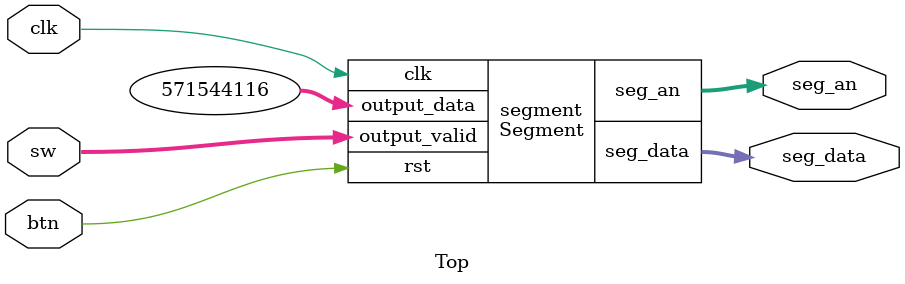
<source format=v>
`timescale 1ns / 1ps


module Segment#(
    parameter MAX_VALUE = 32'd249_999
  )(
    input                   clk,
    input                   rst,
    input       [31 :0]     output_data,
    input       [7:0]       output_valid,

    output reg  [3:0]       seg_data,
    output reg  [2:0]       seg_an

  );

  reg [31:0]      counter;
  always @(posedge clk)
  begin
    if (rst)
    begin
      counter <= 0;
    end

    else if(counter >= MAX_VALUE)
    begin
      counter <= 0;
    end

    else
    begin
      counter <= counter + 1'b1;
    end

  end

  wire pulse_400hz;
  assign  pulse_400hz = (counter == MAX_VALUE);
  reg [2:0] seg_id;

  always @(posedge clk)
  begin
    if (rst)
    begin
      seg_id <= 0;
    end

    else
    begin
      if(seg_id > 3'd7)
      begin
        seg_id <= 0;
      end
      else
      begin
        if(pulse_400hz)
        begin
          seg_id <= seg_id + 1'b1;
        end
      end
    end

  end


  always @(seg_an)
  begin
    seg_data <= output_data[3:0];
    seg_an = seg_id;

    case(seg_an)
      3'd0:
        seg_data <= output_data [3:0];
      3'd1:
        if (output_valid[seg_an])
        begin
          seg_data <= output_data [7:4];
        end
        else seg_an = 0;
      3'd2:
        if (output_valid[seg_an])
        begin
          seg_data <= output_data [11:8];
        end
        else seg_an = 0;

      3'd3:
        if (output_valid[seg_an])
        begin
          seg_data <= output_data [15:12];
        end
        else seg_an = 0;

      3'd4:
        if (output_valid[seg_an])
        begin
          seg_data <= output_data [19:16];
        end
        else seg_an = 0;


      3'd5:
        if (output_valid[seg_an])
        begin
          seg_data <= output_data [23:20];
        end
        else seg_an = 0;


      3'd6:
        if (output_valid[seg_an])
        begin
          seg_data <= output_data [27:24];
        end
        else seg_an = 0;


      3'd7:
        if (output_valid[seg_an])
        begin
          seg_data <= output_data [31:28];
        end
        else seg_an = 0;
        


    endcase
  end
endmodule

module Top(
    input                   clk,
    input                   btn,
    input  [7:0]            sw,
    output [2:0]            seg_an,
    output [3:0]            seg_data
  );
  Segment segment(
            .clk(clk),
            .rst(btn),
            .output_data(32'h22111234),     // <- ¸ÄÎªÄãÑ§ºÅÖÐµÄ 8 Î»Êý×Ö
            .seg_data(seg_data),
            .output_valid(sw),
            .seg_an(seg_an)
          );
endmodule

</source>
